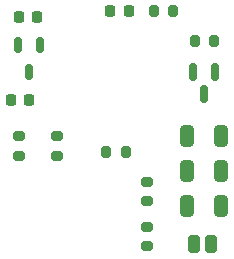
<source format=gtp>
G04 #@! TF.GenerationSoftware,KiCad,Pcbnew,7.0.7*
G04 #@! TF.CreationDate,2024-04-01T23:13:17-04:00*
G04 #@! TF.ProjectId,sensor_node,73656e73-6f72-45f6-9e6f-64652e6b6963,rev?*
G04 #@! TF.SameCoordinates,Original*
G04 #@! TF.FileFunction,Paste,Top*
G04 #@! TF.FilePolarity,Positive*
%FSLAX46Y46*%
G04 Gerber Fmt 4.6, Leading zero omitted, Abs format (unit mm)*
G04 Created by KiCad (PCBNEW 7.0.7) date 2024-04-01 23:13:17*
%MOMM*%
%LPD*%
G01*
G04 APERTURE LIST*
G04 Aperture macros list*
%AMRoundRect*
0 Rectangle with rounded corners*
0 $1 Rounding radius*
0 $2 $3 $4 $5 $6 $7 $8 $9 X,Y pos of 4 corners*
0 Add a 4 corners polygon primitive as box body*
4,1,4,$2,$3,$4,$5,$6,$7,$8,$9,$2,$3,0*
0 Add four circle primitives for the rounded corners*
1,1,$1+$1,$2,$3*
1,1,$1+$1,$4,$5*
1,1,$1+$1,$6,$7*
1,1,$1+$1,$8,$9*
0 Add four rect primitives between the rounded corners*
20,1,$1+$1,$2,$3,$4,$5,0*
20,1,$1+$1,$4,$5,$6,$7,0*
20,1,$1+$1,$6,$7,$8,$9,0*
20,1,$1+$1,$8,$9,$2,$3,0*%
G04 Aperture macros list end*
%ADD10RoundRect,0.250000X-0.325000X-0.650000X0.325000X-0.650000X0.325000X0.650000X-0.325000X0.650000X0*%
%ADD11RoundRect,0.225000X-0.225000X-0.250000X0.225000X-0.250000X0.225000X0.250000X-0.225000X0.250000X0*%
%ADD12RoundRect,0.200000X0.200000X0.275000X-0.200000X0.275000X-0.200000X-0.275000X0.200000X-0.275000X0*%
%ADD13RoundRect,0.200000X0.275000X-0.200000X0.275000X0.200000X-0.275000X0.200000X-0.275000X-0.200000X0*%
%ADD14RoundRect,0.150000X-0.150000X0.512500X-0.150000X-0.512500X0.150000X-0.512500X0.150000X0.512500X0*%
%ADD15RoundRect,0.225000X0.225000X0.250000X-0.225000X0.250000X-0.225000X-0.250000X0.225000X-0.250000X0*%
%ADD16RoundRect,0.200000X-0.200000X-0.275000X0.200000X-0.275000X0.200000X0.275000X-0.200000X0.275000X0*%
%ADD17RoundRect,0.150000X-0.150000X0.587500X-0.150000X-0.587500X0.150000X-0.587500X0.150000X0.587500X0*%
%ADD18RoundRect,0.250000X-0.250000X-0.500000X0.250000X-0.500000X0.250000X0.500000X-0.250000X0.500000X0*%
G04 APERTURE END LIST*
D10*
X159450000Y-71150000D03*
X162400000Y-71150000D03*
D11*
X145225000Y-61100000D03*
X146775000Y-61100000D03*
D12*
X158299997Y-60600000D03*
X156649997Y-60600000D03*
D13*
X145300000Y-72825000D03*
X145300000Y-71175000D03*
X156100000Y-76700000D03*
X156100000Y-75050000D03*
D14*
X147050000Y-63425000D03*
X145150000Y-63425000D03*
X146100000Y-65700000D03*
D10*
X159450000Y-77050000D03*
X162400000Y-77050000D03*
D13*
X148500000Y-72825000D03*
X148500000Y-71175000D03*
D15*
X154550000Y-60600000D03*
X153000000Y-60600000D03*
D10*
X159450000Y-74100000D03*
X162400000Y-74100000D03*
D16*
X160159250Y-63100000D03*
X161809250Y-63100000D03*
D15*
X146125000Y-68125000D03*
X144575000Y-68125000D03*
D12*
X154300000Y-72500000D03*
X152650000Y-72500000D03*
D17*
X161884251Y-65700000D03*
X159984251Y-65700000D03*
X160934251Y-67575000D03*
D13*
X156100000Y-80500000D03*
X156100000Y-78850000D03*
D18*
X160100000Y-80300000D03*
X161500000Y-80300000D03*
M02*

</source>
